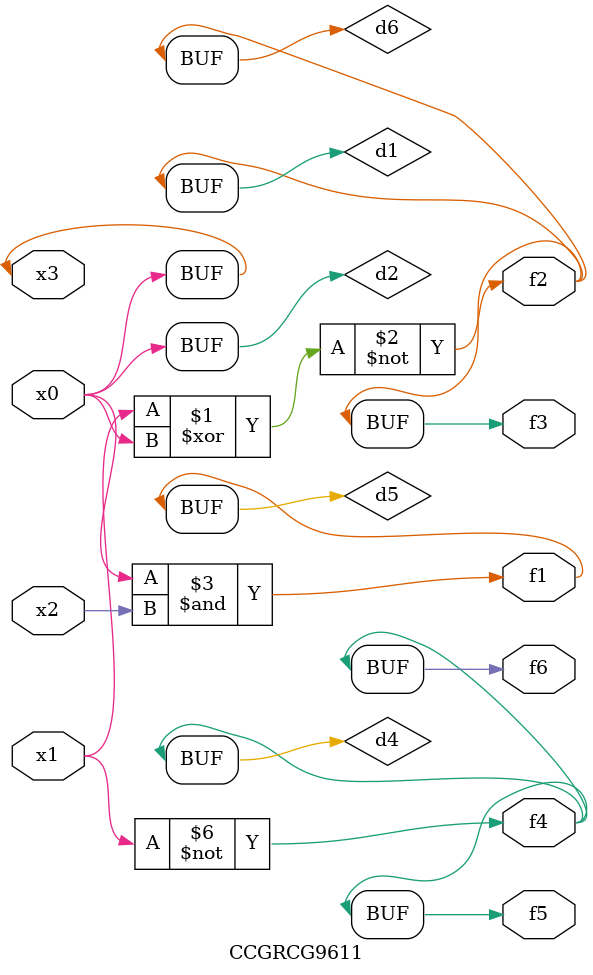
<source format=v>
module CCGRCG9611(
	input x0, x1, x2, x3,
	output f1, f2, f3, f4, f5, f6
);

	wire d1, d2, d3, d4, d5, d6;

	xnor (d1, x1, x3);
	buf (d2, x0, x3);
	nand (d3, x0, x2);
	not (d4, x1);
	nand (d5, d3);
	or (d6, d1);
	assign f1 = d5;
	assign f2 = d6;
	assign f3 = d6;
	assign f4 = d4;
	assign f5 = d4;
	assign f6 = d4;
endmodule

</source>
